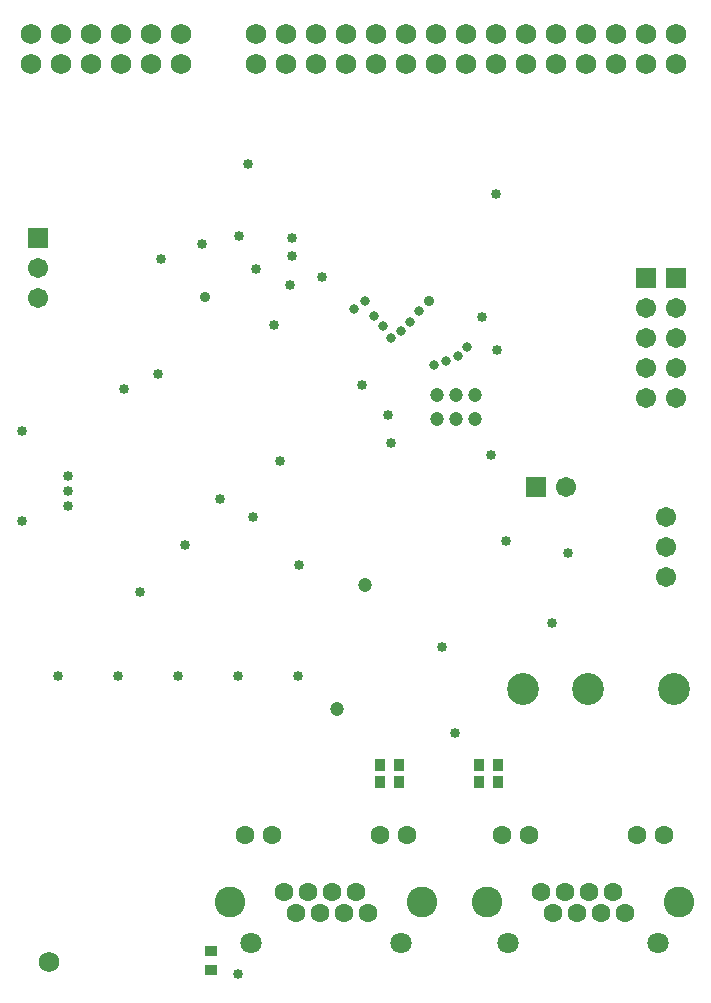
<source format=gbr>
G04*
G04 #@! TF.GenerationSoftware,Altium Limited,Altium Designer,22.4.2 (48)*
G04*
G04 Layer_Color=16711935*
%FSLAX25Y25*%
%MOIN*%
G70*
G04*
G04 #@! TF.SameCoordinates,486E1BA3-CE48-4A1D-B67F-52F2D9AC8645*
G04*
G04*
G04 #@! TF.FilePolarity,Negative*
G04*
G01*
G75*
%ADD50R,0.04147X0.03556*%
%ADD54C,0.07099*%
%ADD55C,0.10249*%
%ADD56C,0.06312*%
%ADD57C,0.10642*%
%ADD58C,0.06706*%
%ADD59R,0.06706X0.06706*%
%ADD60R,0.06706X0.06706*%
%ADD61C,0.06800*%
%ADD62C,0.03556*%
%ADD63C,0.03359*%
%ADD64C,0.04737*%
%ADD65C,0.03162*%
%ADD85R,0.03556X0.04147*%
D50*
X169500Y112752D02*
D03*
Y119248D02*
D03*
D54*
X268445Y122000D02*
D03*
X318445D02*
D03*
X232945D02*
D03*
X182945D02*
D03*
D55*
X261457Y135504D02*
D03*
X325433D02*
D03*
X239933D02*
D03*
X175957D02*
D03*
D56*
X266437Y157984D02*
D03*
X275453D02*
D03*
X311437D02*
D03*
X320453D02*
D03*
X279390Y139008D02*
D03*
X283405Y132000D02*
D03*
X287421Y139008D02*
D03*
X291437Y132000D02*
D03*
X295453Y139008D02*
D03*
X299468Y132000D02*
D03*
X303484Y139008D02*
D03*
X307500Y132000D02*
D03*
X222000D02*
D03*
X217984Y139008D02*
D03*
X213968Y132000D02*
D03*
X209953Y139008D02*
D03*
X205937Y132000D02*
D03*
X201921Y139008D02*
D03*
X197906Y132000D02*
D03*
X193890Y139008D02*
D03*
X234953Y157984D02*
D03*
X225937D02*
D03*
X189953D02*
D03*
X180937D02*
D03*
D57*
X295260Y206500D02*
D03*
X273606D02*
D03*
X324000D02*
D03*
D58*
X321285Y264000D02*
D03*
Y254000D02*
D03*
Y244000D02*
D03*
X288000Y274000D02*
D03*
X314356Y303500D02*
D03*
X324356D02*
D03*
X314356Y313500D02*
D03*
X324356D02*
D03*
Y323500D02*
D03*
X314356Y333500D02*
D03*
X324356D02*
D03*
X314356Y323500D02*
D03*
X112000Y347000D02*
D03*
Y337000D02*
D03*
D59*
X278000Y274000D02*
D03*
D60*
X314356Y343500D02*
D03*
X324356D02*
D03*
X112000Y357000D02*
D03*
D61*
X109500Y425000D02*
D03*
X119500D02*
D03*
X129500D02*
D03*
X139500D02*
D03*
X149500D02*
D03*
X159500D02*
D03*
Y415000D02*
D03*
X149500D02*
D03*
X109500D02*
D03*
X119500D02*
D03*
X129500D02*
D03*
X139500D02*
D03*
X234500Y425000D02*
D03*
X244500D02*
D03*
X254500D02*
D03*
X264500D02*
D03*
X274500D02*
D03*
X284500D02*
D03*
X294500D02*
D03*
X304500D02*
D03*
X314500D02*
D03*
X324500D02*
D03*
Y415000D02*
D03*
X314500D02*
D03*
X304500D02*
D03*
X294500D02*
D03*
X284500D02*
D03*
X274500D02*
D03*
X264500D02*
D03*
X254500D02*
D03*
X244500D02*
D03*
X234500D02*
D03*
X224500Y425000D02*
D03*
X214500D02*
D03*
X204500D02*
D03*
X194500D02*
D03*
X184500D02*
D03*
X224500Y415000D02*
D03*
X214500D02*
D03*
X204500D02*
D03*
X194500D02*
D03*
X184500D02*
D03*
X115500Y115417D02*
D03*
D62*
X167575Y337350D02*
D03*
X242192Y335808D02*
D03*
D63*
X166500Y355000D02*
D03*
X182000Y381500D02*
D03*
X179000Y357500D02*
D03*
X263000Y284500D02*
D03*
X229500Y288500D02*
D03*
X288500Y251953D02*
D03*
X199000Y248000D02*
D03*
X268000Y256000D02*
D03*
X138500Y211000D02*
D03*
X118500D02*
D03*
X158440Y210945D02*
D03*
X178500Y111500D02*
D03*
X146000Y239000D02*
D03*
X198440Y210945D02*
D03*
X283150Y228425D02*
D03*
X184500Y346500D02*
D03*
X220000Y308000D02*
D03*
X196000Y341280D02*
D03*
X190500Y328000D02*
D03*
X260000Y330500D02*
D03*
X246500Y220500D02*
D03*
X250940Y191945D02*
D03*
X178440Y210945D02*
D03*
X264440Y371445D02*
D03*
X196500Y357000D02*
D03*
X265000Y319500D02*
D03*
X122000Y277500D02*
D03*
Y272500D02*
D03*
Y267500D02*
D03*
X161000Y254500D02*
D03*
X153000Y350000D02*
D03*
X152000Y311500D02*
D03*
X183500Y264000D02*
D03*
X140500Y306500D02*
D03*
X172500Y270000D02*
D03*
X228500Y298000D02*
D03*
X192500Y282500D02*
D03*
X106500Y262500D02*
D03*
Y292500D02*
D03*
X206500Y344000D02*
D03*
X196500Y351000D02*
D03*
D64*
X211500Y200000D02*
D03*
X257429Y296500D02*
D03*
X245000Y304500D02*
D03*
X245000Y296500D02*
D03*
X251214D02*
D03*
X220926Y241101D02*
D03*
X257429Y304500D02*
D03*
X251214D02*
D03*
D65*
X255000Y320500D02*
D03*
X248000Y316000D02*
D03*
X252000Y317500D02*
D03*
X244000Y314500D02*
D03*
X236000Y329000D02*
D03*
X239000Y332500D02*
D03*
X233000Y326000D02*
D03*
X221000Y336000D02*
D03*
X229500Y323500D02*
D03*
X227000Y327500D02*
D03*
X224000Y331000D02*
D03*
X217260Y333198D02*
D03*
D85*
X258752Y181250D02*
D03*
X265248D02*
D03*
X258752Y175500D02*
D03*
X265248D02*
D03*
X232272D02*
D03*
X225776D02*
D03*
X232248Y181250D02*
D03*
X225752D02*
D03*
M02*

</source>
